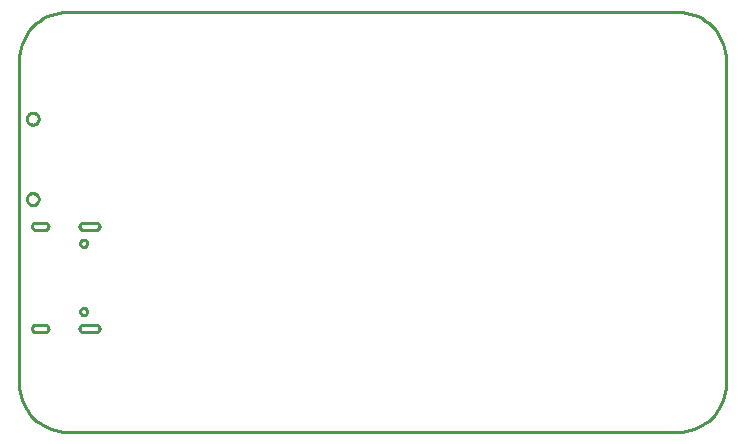
<source format=gbr>
G04 EAGLE Gerber RS-274X export*
G75*
%MOMM*%
%FSLAX34Y34*%
%LPD*%
%IN*%
%IPPOS*%
%AMOC8*
5,1,8,0,0,1.08239X$1,22.5*%
G01*
%ADD10C,0.254000*%


D10*
X140970Y447040D02*
X141125Y443498D01*
X141587Y439983D01*
X142355Y436522D01*
X143421Y433140D01*
X144778Y429865D01*
X146415Y426720D01*
X148320Y423730D01*
X150478Y420917D01*
X152873Y418303D01*
X155487Y415908D01*
X158300Y413750D01*
X161290Y411845D01*
X164435Y410208D01*
X167710Y408851D01*
X171092Y407785D01*
X174553Y407017D01*
X178068Y406555D01*
X181610Y406400D01*
X698500Y406400D01*
X702042Y406555D01*
X705557Y407017D01*
X709018Y407785D01*
X712400Y408851D01*
X715675Y410208D01*
X718820Y411845D01*
X721810Y413750D01*
X724623Y415908D01*
X727237Y418303D01*
X729632Y420917D01*
X731790Y423730D01*
X733695Y426720D01*
X735332Y429865D01*
X736689Y433140D01*
X737755Y436522D01*
X738523Y439983D01*
X738985Y443498D01*
X739140Y447040D01*
X739140Y721360D01*
X738985Y724902D01*
X738523Y728417D01*
X737755Y731878D01*
X736689Y735260D01*
X735332Y738535D01*
X733695Y741680D01*
X731790Y744670D01*
X729632Y747483D01*
X727237Y750097D01*
X724623Y752492D01*
X721810Y754650D01*
X718820Y756555D01*
X715675Y758192D01*
X712400Y759549D01*
X709018Y760615D01*
X705557Y761383D01*
X702042Y761845D01*
X698500Y762000D01*
X181610Y762000D01*
X178068Y761845D01*
X174553Y761383D01*
X171092Y760615D01*
X167710Y759549D01*
X164435Y758192D01*
X161290Y756555D01*
X158300Y754650D01*
X155487Y752492D01*
X152873Y750097D01*
X150478Y747483D01*
X148320Y744670D01*
X146415Y741680D01*
X144778Y738535D01*
X143421Y735260D01*
X142355Y731878D01*
X141587Y728417D01*
X141125Y724902D01*
X140970Y721360D01*
X140970Y447040D01*
X151750Y493960D02*
X151761Y493699D01*
X151796Y493439D01*
X151852Y493184D01*
X151931Y492934D01*
X152031Y492692D01*
X152152Y492460D01*
X152293Y492239D01*
X152452Y492032D01*
X152629Y491839D01*
X152822Y491662D01*
X153029Y491503D01*
X153250Y491362D01*
X153482Y491241D01*
X153724Y491141D01*
X153974Y491062D01*
X154229Y491006D01*
X154489Y490971D01*
X154750Y490960D01*
X162750Y490960D01*
X163011Y490971D01*
X163271Y491006D01*
X163526Y491062D01*
X163776Y491141D01*
X164018Y491241D01*
X164250Y491362D01*
X164471Y491503D01*
X164678Y491662D01*
X164871Y491839D01*
X165048Y492032D01*
X165207Y492239D01*
X165348Y492460D01*
X165469Y492692D01*
X165569Y492934D01*
X165648Y493184D01*
X165704Y493439D01*
X165739Y493699D01*
X165750Y493960D01*
X165739Y494221D01*
X165704Y494481D01*
X165648Y494736D01*
X165569Y494986D01*
X165469Y495228D01*
X165348Y495460D01*
X165207Y495681D01*
X165048Y495888D01*
X164871Y496081D01*
X164678Y496258D01*
X164471Y496417D01*
X164250Y496558D01*
X164018Y496679D01*
X163776Y496779D01*
X163526Y496858D01*
X163271Y496914D01*
X163011Y496949D01*
X162750Y496960D01*
X154750Y496960D01*
X154489Y496949D01*
X154229Y496914D01*
X153974Y496858D01*
X153724Y496779D01*
X153482Y496679D01*
X153250Y496558D01*
X153029Y496417D01*
X152822Y496258D01*
X152629Y496081D01*
X152452Y495888D01*
X152293Y495681D01*
X152152Y495460D01*
X152031Y495228D01*
X151931Y494986D01*
X151852Y494736D01*
X151796Y494481D01*
X151761Y494221D01*
X151750Y493960D01*
X151750Y580460D02*
X151761Y580199D01*
X151796Y579939D01*
X151852Y579684D01*
X151931Y579434D01*
X152031Y579192D01*
X152152Y578960D01*
X152293Y578739D01*
X152452Y578532D01*
X152629Y578339D01*
X152822Y578162D01*
X153029Y578003D01*
X153250Y577862D01*
X153482Y577741D01*
X153724Y577641D01*
X153974Y577562D01*
X154229Y577506D01*
X154489Y577471D01*
X154750Y577460D01*
X162750Y577460D01*
X163011Y577471D01*
X163271Y577506D01*
X163526Y577562D01*
X163776Y577641D01*
X164018Y577741D01*
X164250Y577862D01*
X164471Y578003D01*
X164678Y578162D01*
X164871Y578339D01*
X165048Y578532D01*
X165207Y578739D01*
X165348Y578960D01*
X165469Y579192D01*
X165569Y579434D01*
X165648Y579684D01*
X165704Y579939D01*
X165739Y580199D01*
X165750Y580460D01*
X165739Y580721D01*
X165704Y580981D01*
X165648Y581236D01*
X165569Y581486D01*
X165469Y581728D01*
X165348Y581960D01*
X165207Y582181D01*
X165048Y582388D01*
X164871Y582581D01*
X164678Y582758D01*
X164471Y582917D01*
X164250Y583058D01*
X164018Y583179D01*
X163776Y583279D01*
X163526Y583358D01*
X163271Y583414D01*
X163011Y583449D01*
X162750Y583460D01*
X154750Y583460D01*
X154489Y583449D01*
X154229Y583414D01*
X153974Y583358D01*
X153724Y583279D01*
X153482Y583179D01*
X153250Y583058D01*
X153029Y582917D01*
X152822Y582758D01*
X152629Y582581D01*
X152452Y582388D01*
X152293Y582181D01*
X152152Y581960D01*
X152031Y581728D01*
X151931Y581486D01*
X151852Y581236D01*
X151796Y580981D01*
X151761Y580721D01*
X151750Y580460D01*
X191950Y493960D02*
X191961Y493699D01*
X191996Y493439D01*
X192052Y493184D01*
X192131Y492934D01*
X192231Y492692D01*
X192352Y492460D01*
X192493Y492239D01*
X192652Y492032D01*
X192829Y491839D01*
X193022Y491662D01*
X193229Y491503D01*
X193450Y491362D01*
X193682Y491241D01*
X193924Y491141D01*
X194174Y491062D01*
X194429Y491006D01*
X194689Y490971D01*
X194950Y490960D01*
X205950Y490960D01*
X206211Y490971D01*
X206471Y491006D01*
X206726Y491062D01*
X206976Y491141D01*
X207218Y491241D01*
X207450Y491362D01*
X207671Y491503D01*
X207878Y491662D01*
X208071Y491839D01*
X208248Y492032D01*
X208407Y492239D01*
X208548Y492460D01*
X208669Y492692D01*
X208769Y492934D01*
X208848Y493184D01*
X208904Y493439D01*
X208939Y493699D01*
X208950Y493960D01*
X208939Y494221D01*
X208904Y494481D01*
X208848Y494736D01*
X208769Y494986D01*
X208669Y495228D01*
X208548Y495460D01*
X208407Y495681D01*
X208248Y495888D01*
X208071Y496081D01*
X207878Y496258D01*
X207671Y496417D01*
X207450Y496558D01*
X207218Y496679D01*
X206976Y496779D01*
X206726Y496858D01*
X206471Y496914D01*
X206211Y496949D01*
X205950Y496960D01*
X194950Y496960D01*
X194689Y496949D01*
X194429Y496914D01*
X194174Y496858D01*
X193924Y496779D01*
X193682Y496679D01*
X193450Y496558D01*
X193229Y496417D01*
X193022Y496258D01*
X192829Y496081D01*
X192652Y495888D01*
X192493Y495681D01*
X192352Y495460D01*
X192231Y495228D01*
X192131Y494986D01*
X192052Y494736D01*
X191996Y494481D01*
X191961Y494221D01*
X191950Y493960D01*
X191950Y580460D02*
X191961Y580199D01*
X191996Y579939D01*
X192052Y579684D01*
X192131Y579434D01*
X192231Y579192D01*
X192352Y578960D01*
X192493Y578739D01*
X192652Y578532D01*
X192829Y578339D01*
X193022Y578162D01*
X193229Y578003D01*
X193450Y577862D01*
X193682Y577741D01*
X193924Y577641D01*
X194174Y577562D01*
X194429Y577506D01*
X194689Y577471D01*
X194950Y577460D01*
X205950Y577460D01*
X206211Y577471D01*
X206471Y577506D01*
X206726Y577562D01*
X206976Y577641D01*
X207218Y577741D01*
X207450Y577862D01*
X207671Y578003D01*
X207878Y578162D01*
X208071Y578339D01*
X208248Y578532D01*
X208407Y578739D01*
X208548Y578960D01*
X208669Y579192D01*
X208769Y579434D01*
X208848Y579684D01*
X208904Y579939D01*
X208939Y580199D01*
X208950Y580460D01*
X208939Y580721D01*
X208904Y580981D01*
X208848Y581236D01*
X208769Y581486D01*
X208669Y581728D01*
X208548Y581960D01*
X208407Y582181D01*
X208248Y582388D01*
X208071Y582581D01*
X207878Y582758D01*
X207671Y582917D01*
X207450Y583058D01*
X207218Y583179D01*
X206976Y583279D01*
X206726Y583358D01*
X206471Y583414D01*
X206211Y583449D01*
X205950Y583460D01*
X194950Y583460D01*
X194689Y583449D01*
X194429Y583414D01*
X194174Y583358D01*
X193924Y583279D01*
X193682Y583179D01*
X193450Y583058D01*
X193229Y582917D01*
X193022Y582758D01*
X192829Y582581D01*
X192652Y582388D01*
X192493Y582181D01*
X192352Y581960D01*
X192231Y581728D01*
X192131Y581486D01*
X192052Y581236D01*
X191996Y580981D01*
X191961Y580721D01*
X191950Y580460D01*
X152119Y666540D02*
X151561Y666603D01*
X151014Y666728D01*
X150484Y666913D01*
X149978Y667157D01*
X149502Y667456D01*
X149063Y667806D01*
X148666Y668203D01*
X148316Y668642D01*
X148017Y669118D01*
X147773Y669624D01*
X147588Y670154D01*
X147463Y670701D01*
X147400Y671259D01*
X147400Y671821D01*
X147463Y672379D01*
X147588Y672926D01*
X147773Y673456D01*
X148017Y673962D01*
X148316Y674438D01*
X148666Y674877D01*
X149063Y675274D01*
X149502Y675624D01*
X149978Y675923D01*
X150484Y676167D01*
X151014Y676352D01*
X151561Y676477D01*
X152119Y676540D01*
X152681Y676540D01*
X153239Y676477D01*
X153786Y676352D01*
X154316Y676167D01*
X154822Y675923D01*
X155298Y675624D01*
X155737Y675274D01*
X156134Y674877D01*
X156484Y674438D01*
X156783Y673962D01*
X157027Y673456D01*
X157212Y672926D01*
X157337Y672379D01*
X157400Y671821D01*
X157400Y671259D01*
X157337Y670701D01*
X157212Y670154D01*
X157027Y669624D01*
X156783Y669118D01*
X156484Y668642D01*
X156134Y668203D01*
X155737Y667806D01*
X155298Y667456D01*
X154822Y667157D01*
X154316Y666913D01*
X153786Y666728D01*
X153239Y666603D01*
X152681Y666540D01*
X152119Y666540D01*
X152119Y598540D02*
X151561Y598603D01*
X151014Y598728D01*
X150484Y598913D01*
X149978Y599157D01*
X149502Y599456D01*
X149063Y599806D01*
X148666Y600203D01*
X148316Y600642D01*
X148017Y601118D01*
X147773Y601624D01*
X147588Y602154D01*
X147463Y602701D01*
X147400Y603259D01*
X147400Y603821D01*
X147463Y604379D01*
X147588Y604926D01*
X147773Y605456D01*
X148017Y605962D01*
X148316Y606438D01*
X148666Y606877D01*
X149063Y607274D01*
X149502Y607624D01*
X149978Y607923D01*
X150484Y608167D01*
X151014Y608352D01*
X151561Y608477D01*
X152119Y608540D01*
X152681Y608540D01*
X153239Y608477D01*
X153786Y608352D01*
X154316Y608167D01*
X154822Y607923D01*
X155298Y607624D01*
X155737Y607274D01*
X156134Y606877D01*
X156484Y606438D01*
X156783Y605962D01*
X157027Y605456D01*
X157212Y604926D01*
X157337Y604379D01*
X157400Y603821D01*
X157400Y603259D01*
X157337Y602701D01*
X157212Y602154D01*
X157027Y601624D01*
X156783Y601118D01*
X156484Y600642D01*
X156134Y600203D01*
X155737Y599806D01*
X155298Y599456D01*
X154822Y599157D01*
X154316Y598913D01*
X153786Y598728D01*
X153239Y598603D01*
X152681Y598540D01*
X152119Y598540D01*
X195314Y563110D02*
X194848Y563184D01*
X194398Y563330D01*
X193978Y563544D01*
X193596Y563822D01*
X193262Y564156D01*
X192984Y564538D01*
X192770Y564958D01*
X192624Y565408D01*
X192550Y565874D01*
X192550Y566346D01*
X192624Y566813D01*
X192770Y567262D01*
X192984Y567682D01*
X193262Y568064D01*
X193596Y568398D01*
X193978Y568676D01*
X194398Y568890D01*
X194848Y569036D01*
X195314Y569110D01*
X195786Y569110D01*
X196253Y569036D01*
X196702Y568890D01*
X197122Y568676D01*
X197504Y568398D01*
X197838Y568064D01*
X198116Y567682D01*
X198330Y567262D01*
X198476Y566813D01*
X198550Y566346D01*
X198550Y565874D01*
X198476Y565408D01*
X198330Y564958D01*
X198116Y564538D01*
X197838Y564156D01*
X197504Y563822D01*
X197122Y563544D01*
X196702Y563330D01*
X196253Y563184D01*
X195786Y563110D01*
X195314Y563110D01*
X195314Y505310D02*
X194848Y505384D01*
X194398Y505530D01*
X193978Y505744D01*
X193596Y506022D01*
X193262Y506356D01*
X192984Y506738D01*
X192770Y507158D01*
X192624Y507608D01*
X192550Y508074D01*
X192550Y508546D01*
X192624Y509013D01*
X192770Y509462D01*
X192984Y509882D01*
X193262Y510264D01*
X193596Y510598D01*
X193978Y510876D01*
X194398Y511090D01*
X194848Y511236D01*
X195314Y511310D01*
X195786Y511310D01*
X196253Y511236D01*
X196702Y511090D01*
X197122Y510876D01*
X197504Y510598D01*
X197838Y510264D01*
X198116Y509882D01*
X198330Y509462D01*
X198476Y509013D01*
X198550Y508546D01*
X198550Y508074D01*
X198476Y507608D01*
X198330Y507158D01*
X198116Y506738D01*
X197838Y506356D01*
X197504Y506022D01*
X197122Y505744D01*
X196702Y505530D01*
X196253Y505384D01*
X195786Y505310D01*
X195314Y505310D01*
M02*

</source>
